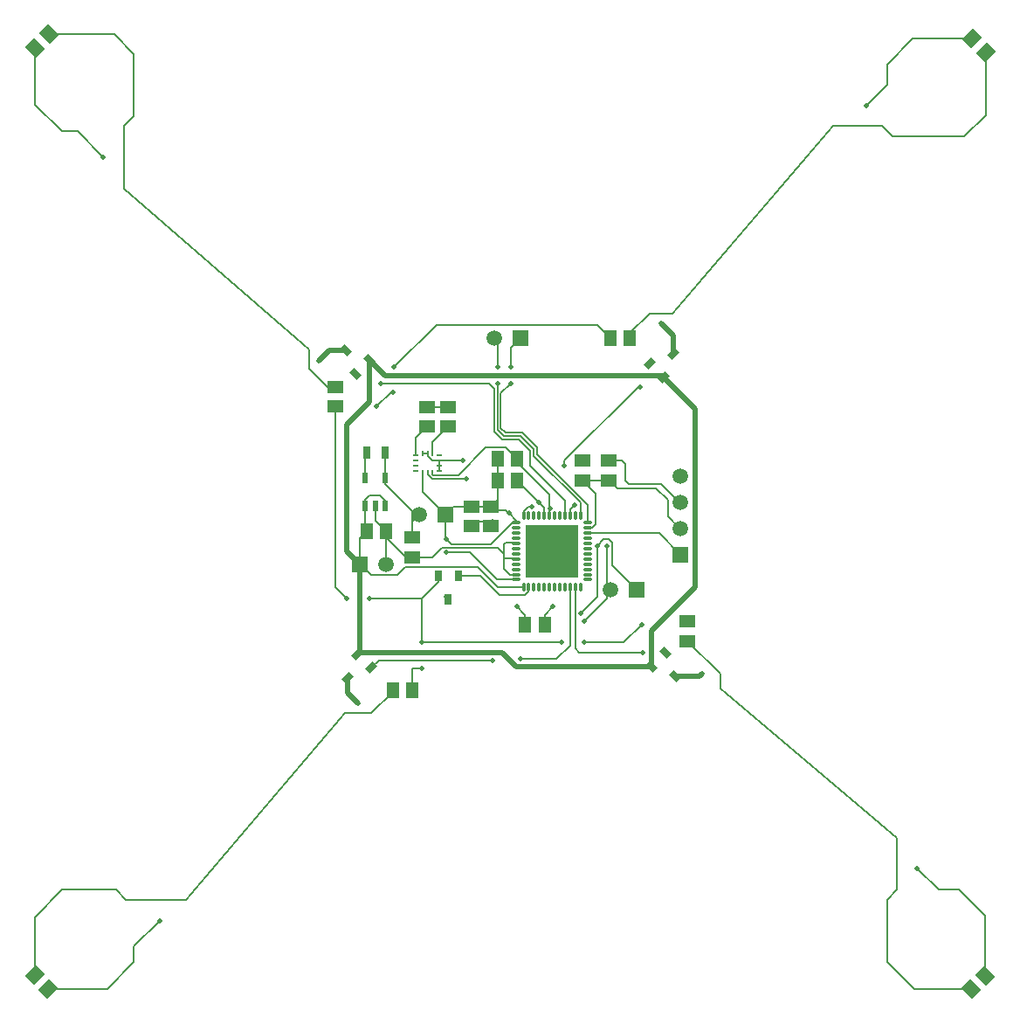
<source format=gtl>
G04 DipTrace 3.2.0.1*
G04 Rev1.3.gtl*
%MOIN*%
G04 #@! TF.FileFunction,Copper,L1,Top*
G04 #@! TF.Part,Single*
%AMOUTLINE0*
4,1,4,
-0.038974,-0.002783,
0.002783,0.038974,
0.038974,0.002783,
-0.002783,-0.038974,
-0.038974,-0.002783,
0*%
%AMOUTLINE3*
4,1,4,
0.002783,-0.038974,
-0.038974,0.002783,
-0.002783,0.038974,
0.038974,-0.002783,
0.002783,-0.038974,
0*%
%AMOUTLINE12*
4,1,4,
-0.005568,-0.023663,
-0.023663,-0.005568,
0.005568,0.023663,
0.023663,0.005568,
-0.005568,-0.023663,
0*%
%AMOUTLINE15*
4,1,4,
-0.023663,0.005568,
-0.005568,0.023663,
0.023663,-0.005568,
0.005568,-0.023663,
-0.023663,0.005568,
0*%
G04 #@! TA.AperFunction,Conductor*
%ADD13C,0.006*%
%ADD14C,0.02*%
%ADD15C,0.005984*%
%ADD18R,0.051181X0.059055*%
%ADD19R,0.059055X0.051181*%
%ADD20R,0.031496X0.047244*%
G04 #@! TA.AperFunction,ComponentPad*
%ADD21R,0.059055X0.059055*%
%ADD22C,0.059055*%
%ADD26R,0.025591X0.041339*%
%ADD28O,0.011811X0.033465*%
%ADD29O,0.033465X0.011811*%
%ADD30R,0.204724X0.204724*%
%ADD31R,0.018701X0.009843*%
%ADD32R,0.009843X0.018701*%
%ADD35R,0.023622X0.043307*%
G04 #@! TA.AperFunction,ViaPad*
%ADD36C,0.019*%
%ADD73OUTLINE0*%
%ADD76OUTLINE3*%
%ADD85OUTLINE12*%
%ADD88OUTLINE15*%
%FSLAX26Y26*%
G04*
G70*
G90*
G75*
G01*
G04 Top*
%LPD*%
X1778824Y2359264D2*
D13*
Y2384041D1*
X1795079Y2400295D1*
X1832580D1*
X1853627Y2379248D1*
Y2359264D1*
X1778824D2*
Y2266550D1*
X1782580Y2262794D1*
X1757579Y2137795D2*
X1759843D1*
X1801181Y2096457D1*
X1899606D1*
X1929598Y2126449D1*
X2207655D1*
X2282676Y2051428D1*
X2382677D1*
X1757579Y2137795D2*
D14*
Y1804312D1*
D13*
X1748286Y1795020D1*
X2870335Y1748286D2*
D14*
X2354570D1*
X2301428Y1801428D1*
X1754694D1*
D13*
X1748286Y1795020D1*
X1795020Y2917068D2*
D14*
Y2757520D1*
X1707677Y2670177D1*
Y2187697D1*
X1757579Y2137795D1*
X2917068Y2850650D2*
Y2857677D1*
X1854411D1*
X1795020Y2917068D1*
X2870335Y1748286D2*
Y1882835D1*
X3038927Y2051427D1*
Y2728791D1*
X2917068Y2850650D1*
X1757579Y2137795D2*
D13*
Y2237793D1*
X1782580Y2262794D1*
X1857579Y2137795D2*
Y2239085D1*
X1932530Y2164134D1*
X1957717D1*
X568701Y518701D2*
X794291D1*
X895669Y620079D1*
Y679134D1*
X992650Y776114D1*
X4143701Y568701D2*
Y797244D1*
X4045276Y895669D1*
X3966535D1*
X3884227Y977978D1*
X2355118Y2098672D2*
X2329182D1*
X2307677Y2120177D1*
Y2159576D1*
Y2176425D1*
X2282661Y2201441D1*
X2070205D1*
X2032898Y2164134D1*
X1957717D1*
X2355118Y2157727D2*
Y2159576D1*
X2307677D1*
X2355118Y2216782D2*
Y2220467D1*
X2314218D1*
X2307677Y2213927D1*
Y2176425D1*
X4093701Y4143701D2*
X3868110D1*
X3769685Y4045276D1*
Y3966535D1*
X3690945Y3887795D1*
X2607677Y2532480D2*
Y2520177D1*
X2382677Y2323087D2*
Y2338932D1*
X2401420Y2357675D1*
X2413919D1*
X2463724Y1907722D2*
Y1945029D1*
X2495160Y1976465D1*
X2182693Y2282871D2*
Y2301619D1*
X2257685D1*
Y2282871D1*
X2263934Y2301430D2*
X2257685Y2282871D1*
X1996278Y2559806D2*
X2015963D1*
X2061711Y2495160D2*
Y2514845D1*
Y2534530D1*
X2015963Y2559806D2*
Y2549402D1*
X2032709Y2532656D1*
X2059837D1*
X2061711Y2534530D1*
X2149572D1*
X518701Y4106201D2*
Y3890748D1*
X620079Y3789370D1*
X679134D1*
X777559Y3690945D1*
X2013961Y2738696D2*
X2113761D1*
X2095202D1*
Y2726386D1*
X2082703D1*
X2013961Y2738696D2*
Y2726386D1*
X2020210D1*
X1816226Y2359264D2*
Y2303951D1*
X1857383Y2262794D1*
X1882874Y1657677D2*
Y1651623D1*
X1801428Y1570177D1*
X1701428D1*
X1095177Y857677D1*
X1090304Y856299D1*
X865304D1*
X825934Y895669D1*
X620079D1*
X515807Y791398D1*
Y571594D1*
X2626772Y2275837D2*
X2644587D1*
X2657677Y2288928D1*
Y2407677D1*
X2607677Y2457677D1*
X2707480D1*
X2707677Y2457874D1*
X2982283Y2275197D2*
X2977657D1*
X2932677Y2320177D1*
Y2382677D1*
X2888937Y2426417D1*
X2739134D1*
X2707677Y2457874D1*
X1778824Y2465563D2*
Y2559039D1*
X1782579Y2562794D1*
X2960810Y1710705D2*
D14*
X3054454D1*
X3063927Y1720177D1*
X2599213Y2323081D2*
D13*
Y2372360D1*
X2420177Y2551395D1*
Y2576428D1*
X2370209Y2626396D1*
X2307680D1*
X2282677Y2651399D1*
Y2826428D1*
Y2888928D2*
Y2991339D1*
X2272047Y3001969D1*
X2626772Y2295522D2*
Y2363549D1*
X2432677Y2557643D1*
Y2582677D1*
X2376459Y2638895D1*
X2313929D1*
X2295177Y2657647D1*
Y2788928D1*
X2332677Y2826428D1*
Y2888927D2*
Y2962598D1*
X2372047Y3001969D1*
X2559843Y2051428D2*
Y1828593D1*
X2507677Y1776428D1*
X2370177D1*
X2263927Y1770177D2*
X1829231D1*
X1801181Y1742127D1*
X2579528Y2051428D2*
Y1817077D1*
X2595177Y1801428D1*
X2838927D1*
X2926427D2*
X2923475D1*
X2923227Y1801181D1*
X2559843Y2323081D2*
Y2347365D1*
X2576402Y2363924D1*
X2538927Y2513927D2*
Y2532676D1*
X2820177Y2813927D1*
X2826427D1*
X2863927Y2901427D2*
Y2903790D1*
X2864173Y2903543D1*
X2540157Y2323081D2*
Y2381446D1*
X2407677Y2513927D1*
Y2570176D1*
X2363955Y2613898D1*
X2301430D1*
X2270177Y2645151D1*
Y2807677D1*
X2251427Y2826428D1*
X1838928D1*
X1740404Y2862450D2*
X1742127Y2864173D1*
X2626772Y2256152D2*
D15*
X2901328D1*
X2982283Y2175197D1*
X1710705Y1704545D2*
D14*
Y1648400D1*
X1751428Y1607677D1*
X1704545Y2954650D2*
X1642151D1*
X1601428Y2913927D1*
X2954650Y2941125D2*
Y3010705D1*
X2907677Y3057677D1*
X2057895Y2095202D2*
D13*
Y2070394D1*
X1995177Y2007676D1*
Y1838928D1*
Y1738928D2*
X1957677D1*
Y1657677D1*
X1995177Y1838928D2*
X2526427D1*
X2613927D2*
X2763928D1*
X2832677Y1907677D1*
X3026427D2*
X3020177D1*
X3007677Y1920177D1*
X1663927Y2738928D2*
Y2051428D1*
X1707678Y2007676D1*
X1795177D2*
X1995177D1*
X2713928Y3001427D2*
X2663927Y3051428D1*
X2051427D1*
X1888927Y2888928D1*
X1882677Y2795177D2*
X1876427D1*
X1820177Y2738928D1*
X1676428D2*
X1663927D1*
X2388921Y1907722D2*
Y1945218D1*
X2357675Y1976465D1*
X2461417Y2323081D2*
Y2353740D1*
X2442118Y2373039D1*
X2357480Y2457677D1*
X2015963Y2487995D2*
Y2480659D1*
X2032709Y2463913D1*
X2163945D1*
X2351244D2*
X2357480Y2457677D1*
X2701388Y2207690D2*
Y2063955D1*
Y2007711D1*
X2613898Y1920220D1*
X2713877Y2038958D2*
Y2051467D1*
X2701388Y2063955D1*
X2481102Y2323081D2*
Y2351425D1*
Y2403003D1*
X2345177Y2538928D1*
X2357479D1*
X2357480Y2538927D1*
X2035648Y2487995D2*
Y2479722D1*
X2038958Y2476412D1*
X2132698D1*
X2238937Y2582651D1*
X2313756D1*
X2357480Y2538927D1*
X2601399Y1951467D2*
X2663892Y2013961D1*
Y2207690D1*
X2482661Y2351425D2*
X2481102D1*
X2663892Y2207690D2*
X2688890Y2232688D1*
X2707638D1*
X2720136Y2220189D1*
Y2132698D1*
X2813877Y2038958D1*
X2402362Y2051428D2*
Y2033612D1*
X2388928Y2020177D1*
X2290846D1*
X2215822Y2095202D1*
X2132698D1*
X1663927Y2813731D2*
X1632873D1*
X1563927Y2882677D1*
Y2957677D1*
X856299Y3571555D1*
Y3809055D1*
X895669Y3848425D1*
Y4084646D1*
X821220Y4159094D1*
X571594D1*
X2788731Y3001427D2*
Y3019982D1*
X2863927Y3095177D1*
X2951428D1*
X3565304Y3809055D1*
X3750000D1*
X3789370Y3769685D1*
X4064961D1*
X4146594Y3851319D1*
Y4090807D1*
X3007677Y1845374D2*
X3132677Y1720374D1*
Y1663927D1*
X3809055Y1093799D1*
Y895669D1*
X3769685Y856299D1*
Y620079D1*
X3873957Y515807D1*
X4090807D1*
X1970215Y2554215D2*
Y2620147D1*
X2013961Y2663892D1*
X2035648Y2559806D2*
Y2604339D1*
X2095202Y2663892D1*
X1853627Y2465563D2*
X1853445Y2562794D1*
X1853627Y2465563D2*
Y2443016D1*
X1957717Y2338927D1*
Y2238937D1*
Y2301441D1*
X1982703Y2326428D1*
X2355118Y2295522D2*
X2339268D1*
X2257685Y2213940D1*
X2107701D1*
X2088927Y2232714D1*
Y2013927D2*
X2095297Y2007556D1*
Y2004651D1*
X2982283Y2375197D2*
X2977657D1*
X2907677Y2445177D1*
X2782677D1*
X2770177Y2457677D1*
Y2520177D1*
X2757677Y2532677D1*
X2707677D1*
X2355118Y2078987D2*
X2280118D1*
X2176428Y2182677D1*
X2088927D1*
X2355118Y2295522D2*
Y2303984D1*
X2326427Y2332676D1*
X2707677Y2532677D2*
D3*
X2182693Y2357675D2*
X2257685D1*
X2326427Y2332676D2*
X2313927Y2345176D1*
X2270184D1*
X2257685Y2357675D1*
X2082703Y2326428D2*
D15*
Y2232714D1*
D13*
X2088927D1*
X2282677Y2538927D2*
Y2457677D1*
X1996278Y2487995D2*
Y2412853D1*
X2082703Y2326428D1*
X2282677Y2457677D2*
D15*
Y2382667D1*
X2257685Y2357675D1*
X2182693D2*
X2113950D1*
X2082703Y2326428D1*
D36*
X992650Y776114D3*
X3884227Y977978D3*
X3690945Y3887795D3*
X2607677Y2520177D3*
X2413919Y2357675D3*
X2495160Y1976465D3*
X2149572Y2534530D3*
X777559Y3690945D3*
X2082703Y2726386D3*
X2020210D3*
X3063927Y1720177D3*
X2282677Y2826428D3*
Y2888928D3*
X2332677Y2826428D3*
Y2888927D3*
X2370177Y1776428D3*
X2263927Y1770177D3*
X2838927Y1801428D3*
X2926427D3*
X2576402Y2363924D3*
X2538927Y2513927D3*
X2826427Y2813927D3*
X2863927Y2901427D3*
X1838928Y2826428D3*
X1740404Y2862450D3*
X1751428Y1607677D3*
X1601428Y2913927D3*
X2907677Y3057677D3*
X1995177Y1838928D3*
Y1738928D3*
X2526427Y1838928D3*
X2613927D3*
X2832677Y1907677D3*
X3026427D3*
X1707678Y2007676D3*
X1795177D3*
X1888927Y2888928D3*
X1882677Y2795177D3*
X1820177Y2738928D3*
X1676428D3*
X2357675Y1976465D3*
X2163945Y2463913D3*
X2351244D3*
X2701388Y2207690D3*
X2613898Y1920220D3*
X2442118Y2373039D3*
X2601399Y1951467D3*
X2663892Y2207690D3*
X2482661Y2351425D3*
X2088927Y2232714D3*
Y2013927D3*
Y2182677D3*
X2326427Y2332676D3*
X2707677Y2532677D3*
X2182693Y2282682D3*
X2263934Y2301430D3*
D18*
X1782580Y2262794D3*
X1857383D3*
D19*
X1957717Y2238937D3*
Y2164134D3*
X2095202Y2663892D3*
Y2738696D3*
X2013961Y2663892D3*
Y2738696D3*
D18*
X2388921Y1907722D3*
X2463724D3*
D19*
X2607677Y2457677D3*
Y2532480D3*
X2182693Y2357675D3*
Y2282871D3*
X2257685Y2357675D3*
Y2282871D3*
D73*
X568701Y518701D3*
X515807Y571594D3*
D76*
X4143701Y568701D3*
X4090807Y515807D3*
D73*
X4093701Y4143701D3*
X4146594Y4090807D3*
D76*
X518701Y4106201D3*
X571594Y4159094D3*
D20*
X1782579Y2562794D3*
X1853445D3*
D21*
X2982283Y2175197D3*
D22*
Y2275197D3*
Y2375197D3*
Y2475197D3*
D21*
X2813877Y2038958D3*
D22*
X2713877D3*
D21*
X2082703Y2326428D3*
D22*
X1982703D3*
D18*
X2282677Y2457677D3*
X2357480D3*
X2282677Y2538927D3*
X2357480D3*
X1957677Y1657677D3*
X1882874D3*
D19*
X3007677Y1920177D3*
Y1845374D3*
D18*
X2713928Y3001427D3*
X2788731D3*
D19*
X1663927Y2738928D3*
Y2813731D3*
X2707677Y2457874D3*
Y2532677D3*
D85*
X1801181Y1742126D3*
X1748286Y1795020D3*
X1710705Y1704545D3*
D88*
X2923228Y1801181D3*
X2870335Y1748286D3*
X2960810Y1710705D3*
D85*
X2864173Y2903543D3*
X2917068Y2850650D3*
X2954650Y2941125D3*
D88*
X1742126Y2864173D3*
X1795020Y2917068D3*
X1704545Y2954650D3*
D26*
X2132698Y2095202D3*
X2057895D3*
X2095297Y2004651D3*
D28*
X2382677Y2051428D3*
X2402362D3*
X2422047D3*
X2441732D3*
X2461417D3*
X2481102D3*
X2500787D3*
X2520472D3*
X2540157D3*
X2559843D3*
X2579528D3*
X2599213D3*
D29*
X2626772Y2078987D3*
Y2098672D3*
Y2118357D3*
Y2138042D3*
Y2157727D3*
Y2177412D3*
Y2197097D3*
Y2216782D3*
Y2236467D3*
Y2256152D3*
Y2275837D3*
Y2295522D3*
D28*
X2599213Y2323081D3*
X2579528D3*
X2559843D3*
X2540157D3*
X2520472D3*
X2500787D3*
X2481102D3*
X2461417D3*
X2441732D3*
X2422047D3*
X2402362D3*
X2382677Y2323087D3*
D29*
X2355118Y2295522D3*
Y2275837D3*
Y2256152D3*
Y2236467D3*
Y2216782D3*
Y2197097D3*
Y2177412D3*
Y2157727D3*
Y2138042D3*
Y2118357D3*
Y2098672D3*
Y2078987D3*
D30*
X2490945Y2187257D3*
D31*
X1970215Y2495160D3*
Y2514845D3*
Y2534530D3*
Y2554215D3*
X2061711Y2495160D3*
Y2514845D3*
Y2534530D3*
Y2554215D3*
D32*
X2035648Y2487995D3*
X2015963D3*
X1996278D3*
X2035648Y2559806D3*
X2015963D3*
X1996278D3*
D21*
X2372047Y3001969D3*
D22*
X2272047D3*
D21*
X1757579Y2137795D3*
D22*
X1857579D3*
D35*
X1778824Y2359264D3*
X1816226D3*
X1853627D3*
Y2465563D3*
X1778824D3*
M02*

</source>
